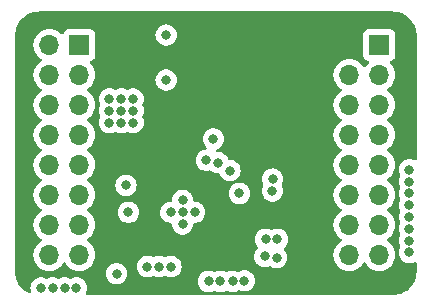
<source format=gbr>
%TF.GenerationSoftware,KiCad,Pcbnew,7.0.7-2.fc38*%
%TF.CreationDate,2023-11-16T23:20:58-08:00*%
%TF.ProjectId,TinySparrow,54696e79-5370-4617-9272-6f772e6b6963,rev?*%
%TF.SameCoordinates,Original*%
%TF.FileFunction,Copper,L4,Inr*%
%TF.FilePolarity,Positive*%
%FSLAX46Y46*%
G04 Gerber Fmt 4.6, Leading zero omitted, Abs format (unit mm)*
G04 Created by KiCad (PCBNEW 7.0.7-2.fc38) date 2023-11-16 23:20:58*
%MOMM*%
%LPD*%
G01*
G04 APERTURE LIST*
%TA.AperFunction,ComponentPad*%
%ADD10R,1.700000X1.700000*%
%TD*%
%TA.AperFunction,ComponentPad*%
%ADD11O,1.700000X1.700000*%
%TD*%
%TA.AperFunction,ViaPad*%
%ADD12C,0.800000*%
%TD*%
G04 APERTURE END LIST*
D10*
%TO.N,/CANL*%
%TO.C,J1*%
X172450000Y-84620000D03*
D11*
%TO.N,GND*%
X169910000Y-84620000D03*
%TO.N,/CANH*%
X172450000Y-87160000D03*
%TO.N,/PA0*%
X169910000Y-87160000D03*
%TO.N,GND*%
X172450000Y-89700000D03*
%TO.N,/~{RESET}*%
X169910000Y-89700000D03*
%TO.N,/SWDIO*%
X172450000Y-92240000D03*
%TO.N,/SWCLK*%
X169910000Y-92240000D03*
%TO.N,/PA15*%
X172450000Y-94780000D03*
%TO.N,/PB3*%
X169910000Y-94780000D03*
%TO.N,/PB4*%
X172450000Y-97320000D03*
%TO.N,/PB5*%
X169910000Y-97320000D03*
%TO.N,/PB6*%
X172450000Y-99860000D03*
%TO.N,/PB7*%
X169910000Y-99860000D03*
%TO.N,/PD0*%
X172450000Y-102400000D03*
%TO.N,/PD1*%
X169910000Y-102400000D03*
%TD*%
D10*
%TO.N,/PA8*%
%TO.C,J2*%
X197850000Y-84620000D03*
D11*
%TO.N,+3V3*%
X195310000Y-84620000D03*
%TO.N,/PA9*%
X197850000Y-87160000D03*
%TO.N,/PA10*%
X195310000Y-87160000D03*
%TO.N,/PB1*%
X197850000Y-89700000D03*
%TO.N,/PB2*%
X195310000Y-89700000D03*
%TO.N,/PA7*%
X197850000Y-92240000D03*
%TO.N,/PB0*%
X195310000Y-92240000D03*
%TO.N,/PA2*%
X197850000Y-94780000D03*
%TO.N,/PA1*%
X195310000Y-94780000D03*
%TO.N,/PA4*%
X197850000Y-97320000D03*
%TO.N,/PA3*%
X195310000Y-97320000D03*
%TO.N,/PA6*%
X197850000Y-99860000D03*
%TO.N,/PA5*%
X195310000Y-99860000D03*
%TO.N,VDC*%
X197850000Y-102400000D03*
X195310000Y-102400000D03*
%TD*%
D12*
%TO.N,GND*%
X175000000Y-91200000D03*
X183800000Y-92600000D03*
X200400000Y-96200000D03*
X172200000Y-105200000D03*
X169200000Y-105200000D03*
X171200000Y-105200000D03*
X200400000Y-97200000D03*
X177000000Y-91200000D03*
X181200000Y-97800000D03*
X181200000Y-98800000D03*
X177000000Y-90200000D03*
X176600000Y-98800000D03*
X200400000Y-95200000D03*
X181200000Y-99800000D03*
X175000000Y-89200000D03*
X182200000Y-98800000D03*
X175000000Y-90200000D03*
X170200000Y-105200000D03*
X176000000Y-90200000D03*
X200400000Y-98200000D03*
X200400000Y-100200000D03*
X180200000Y-98800000D03*
X177000000Y-89200000D03*
X176000000Y-91200000D03*
X200400000Y-102200000D03*
X176000000Y-89200000D03*
X200400000Y-99200000D03*
X200400000Y-101200000D03*
%TO.N,+3V3*%
X190000000Y-88200000D03*
X184200000Y-85000000D03*
X178400000Y-104800000D03*
X187400000Y-97000000D03*
X174400000Y-101400000D03*
X187000000Y-88200000D03*
X188000000Y-87200000D03*
X188000000Y-88200000D03*
X189000000Y-87200000D03*
X184200000Y-84000000D03*
X190000000Y-87200000D03*
X187000000Y-87200000D03*
X189000000Y-88200000D03*
X182000000Y-90800000D03*
%TO.N,/~{RESET}*%
X175600000Y-104000000D03*
%TO.N,/PA0*%
X178200497Y-103400000D03*
%TO.N,/PA1*%
X179200000Y-103400000D03*
%TO.N,/PA2*%
X180200000Y-103400000D03*
%TO.N,/PA3*%
X183388000Y-104648000D03*
%TO.N,/PA4*%
X184387503Y-104648000D03*
%TO.N,/PA5*%
X185420000Y-104648000D03*
%TO.N,/PA6*%
X186418306Y-104599103D03*
%TO.N,/PA7*%
X189152966Y-102632142D03*
%TO.N,/PB0*%
X188157582Y-102541500D03*
%TO.N,/PB1*%
X189213503Y-101092000D03*
%TO.N,/PB2*%
X188214000Y-101092000D03*
%TO.N,/PA8*%
X186000000Y-97200000D03*
%TO.N,/PA9*%
X188800000Y-97000000D03*
%TO.N,/PA10*%
X188812299Y-95987701D03*
%TO.N,/CANRX*%
X179800000Y-83800000D03*
X185200000Y-95263201D03*
%TO.N,/CANTX*%
X179800000Y-87600000D03*
X184200000Y-94600000D03*
%TO.N,/SWDIO*%
X183200000Y-94400000D03*
%TO.N,/PB7*%
X176400000Y-96524500D03*
%TD*%
%TA.AperFunction,Conductor*%
%TO.N,+3V3*%
G36*
X199002019Y-81800633D02*
G01*
X199037198Y-81802938D01*
X199083708Y-81805986D01*
X199265459Y-81818985D01*
X199273100Y-81820015D01*
X199366738Y-81838641D01*
X199389420Y-81843153D01*
X199415023Y-81848722D01*
X199533666Y-81874531D01*
X199540383Y-81876395D01*
X199659437Y-81916809D01*
X199756671Y-81953076D01*
X199791741Y-81966157D01*
X199797499Y-81968643D01*
X199912952Y-82025578D01*
X200034906Y-82092170D01*
X200039634Y-82095032D01*
X200096571Y-82133076D01*
X200146649Y-82166537D01*
X200149358Y-82168454D01*
X200258652Y-82250271D01*
X200262345Y-82253265D01*
X200359502Y-82338469D01*
X200362448Y-82341228D01*
X200458769Y-82437549D01*
X200461526Y-82440492D01*
X200546729Y-82537648D01*
X200549732Y-82541353D01*
X200601564Y-82610592D01*
X200631543Y-82650639D01*
X200633461Y-82653349D01*
X200704962Y-82760357D01*
X200707828Y-82765091D01*
X200774421Y-82887047D01*
X200831355Y-83002499D01*
X200833841Y-83008257D01*
X200870212Y-83105768D01*
X200883196Y-83140578D01*
X200888289Y-83155581D01*
X200923597Y-83259596D01*
X200925472Y-83266352D01*
X200956846Y-83410579D01*
X200979980Y-83526880D01*
X200981015Y-83534560D01*
X200994017Y-83716351D01*
X200999366Y-83797967D01*
X200999499Y-83802023D01*
X200999500Y-94290252D01*
X200979815Y-94357291D01*
X200927011Y-94403046D01*
X200857853Y-94412990D01*
X200825064Y-94403531D01*
X200679807Y-94338857D01*
X200679802Y-94338855D01*
X200534001Y-94307865D01*
X200494646Y-94299500D01*
X200305354Y-94299500D01*
X200272897Y-94306398D01*
X200120197Y-94338855D01*
X200120192Y-94338857D01*
X199947270Y-94415848D01*
X199947265Y-94415851D01*
X199794129Y-94527111D01*
X199667466Y-94667785D01*
X199572821Y-94831715D01*
X199572818Y-94831722D01*
X199540166Y-94932216D01*
X199514326Y-95011744D01*
X199494540Y-95200000D01*
X199514326Y-95388256D01*
X199514327Y-95388259D01*
X199572818Y-95568277D01*
X199572820Y-95568281D01*
X199572821Y-95568284D01*
X199602342Y-95619416D01*
X199613072Y-95638001D01*
X199629543Y-95705901D01*
X199613072Y-95761998D01*
X199580453Y-95818498D01*
X199572820Y-95831718D01*
X199572818Y-95831722D01*
X199517166Y-96003002D01*
X199514326Y-96011744D01*
X199494540Y-96200000D01*
X199514326Y-96388256D01*
X199514327Y-96388259D01*
X199572818Y-96568277D01*
X199572820Y-96568281D01*
X199572821Y-96568284D01*
X199609443Y-96631715D01*
X199613072Y-96638001D01*
X199629543Y-96705901D01*
X199613072Y-96761999D01*
X199572820Y-96831718D01*
X199572818Y-96831722D01*
X199518142Y-97000000D01*
X199514326Y-97011744D01*
X199494540Y-97200000D01*
X199514326Y-97388256D01*
X199514327Y-97388259D01*
X199572818Y-97568277D01*
X199572820Y-97568281D01*
X199572821Y-97568284D01*
X199597913Y-97611744D01*
X199613072Y-97638001D01*
X199629543Y-97705901D01*
X199613072Y-97761998D01*
X199575538Y-97827011D01*
X199572820Y-97831718D01*
X199572818Y-97831722D01*
X199514327Y-98011740D01*
X199514326Y-98011744D01*
X199494540Y-98200000D01*
X199514326Y-98388256D01*
X199514327Y-98388259D01*
X199572818Y-98568277D01*
X199572820Y-98568281D01*
X199572821Y-98568284D01*
X199597913Y-98611744D01*
X199613072Y-98638001D01*
X199629543Y-98705901D01*
X199613072Y-98761999D01*
X199572820Y-98831718D01*
X199572818Y-98831722D01*
X199521847Y-98988597D01*
X199514326Y-99011744D01*
X199494540Y-99200000D01*
X199514326Y-99388256D01*
X199514327Y-99388259D01*
X199572818Y-99568277D01*
X199572820Y-99568281D01*
X199572821Y-99568284D01*
X199581982Y-99584151D01*
X199613072Y-99638001D01*
X199629543Y-99705901D01*
X199613072Y-99761999D01*
X199572820Y-99831718D01*
X199572818Y-99831722D01*
X199514327Y-100011740D01*
X199514326Y-100011744D01*
X199494540Y-100200000D01*
X199514326Y-100388256D01*
X199514327Y-100388259D01*
X199572818Y-100568277D01*
X199572820Y-100568281D01*
X199572821Y-100568284D01*
X199581982Y-100584151D01*
X199613072Y-100638001D01*
X199629543Y-100705901D01*
X199613072Y-100761999D01*
X199572820Y-100831718D01*
X199572818Y-100831722D01*
X199514327Y-101011740D01*
X199514326Y-101011744D01*
X199494540Y-101200000D01*
X199514326Y-101388256D01*
X199514327Y-101388259D01*
X199572818Y-101568277D01*
X199572820Y-101568281D01*
X199572821Y-101568284D01*
X199605111Y-101624212D01*
X199613072Y-101638001D01*
X199629543Y-101705901D01*
X199613072Y-101761999D01*
X199572820Y-101831718D01*
X199572818Y-101831722D01*
X199515125Y-102009284D01*
X199514326Y-102011744D01*
X199494540Y-102200000D01*
X199514326Y-102388256D01*
X199514327Y-102388259D01*
X199572818Y-102568277D01*
X199572821Y-102568284D01*
X199667467Y-102732216D01*
X199785816Y-102863655D01*
X199794129Y-102872888D01*
X199947265Y-102984148D01*
X199947270Y-102984151D01*
X200120192Y-103061142D01*
X200120197Y-103061144D01*
X200305354Y-103100500D01*
X200305355Y-103100500D01*
X200494644Y-103100500D01*
X200494646Y-103100500D01*
X200679803Y-103061144D01*
X200825067Y-102996467D01*
X200894313Y-102987182D01*
X200957590Y-103016810D01*
X200994804Y-103075945D01*
X200999500Y-103109747D01*
X200999500Y-103797975D01*
X200999367Y-103802032D01*
X200994017Y-103883648D01*
X200981015Y-104065438D01*
X200979980Y-104073118D01*
X200956846Y-104189420D01*
X200925472Y-104333646D01*
X200923597Y-104340401D01*
X200883197Y-104459418D01*
X200878893Y-104470956D01*
X200833841Y-104591741D01*
X200831355Y-104597499D01*
X200774421Y-104712952D01*
X200707828Y-104834907D01*
X200704961Y-104839641D01*
X200633461Y-104946649D01*
X200631543Y-104949359D01*
X200549744Y-105058631D01*
X200546723Y-105062357D01*
X200461529Y-105159502D01*
X200458755Y-105162464D01*
X200362464Y-105258755D01*
X200359502Y-105261529D01*
X200262357Y-105346723D01*
X200258631Y-105349744D01*
X200149359Y-105431543D01*
X200146649Y-105433461D01*
X200039641Y-105504961D01*
X200034907Y-105507828D01*
X199912952Y-105574421D01*
X199797499Y-105631355D01*
X199791741Y-105633841D01*
X199670956Y-105678893D01*
X199659418Y-105683197D01*
X199540401Y-105723597D01*
X199533646Y-105725472D01*
X199389420Y-105756846D01*
X199273118Y-105779980D01*
X199265438Y-105781015D01*
X199083648Y-105794017D01*
X199032582Y-105797364D01*
X199002025Y-105799367D01*
X198997976Y-105799500D01*
X173108460Y-105799500D01*
X173041421Y-105779815D01*
X172995666Y-105727011D01*
X172985722Y-105657853D01*
X173001072Y-105613502D01*
X173027179Y-105568284D01*
X173085674Y-105388256D01*
X173105460Y-105200000D01*
X173085674Y-105011744D01*
X173027179Y-104831716D01*
X172932533Y-104667784D01*
X172805871Y-104527112D01*
X172713147Y-104459744D01*
X172652734Y-104415851D01*
X172652729Y-104415848D01*
X172479807Y-104338857D01*
X172479802Y-104338855D01*
X172334001Y-104307865D01*
X172294646Y-104299500D01*
X172105354Y-104299500D01*
X172072897Y-104306398D01*
X171920197Y-104338855D01*
X171920192Y-104338857D01*
X171750436Y-104414439D01*
X171681186Y-104423724D01*
X171649564Y-104414439D01*
X171479807Y-104338857D01*
X171479802Y-104338855D01*
X171334000Y-104307865D01*
X171294646Y-104299500D01*
X171105354Y-104299500D01*
X171072897Y-104306398D01*
X170920197Y-104338855D01*
X170920192Y-104338857D01*
X170750436Y-104414439D01*
X170681186Y-104423724D01*
X170649564Y-104414439D01*
X170479807Y-104338857D01*
X170479802Y-104338855D01*
X170334001Y-104307865D01*
X170294646Y-104299500D01*
X170105354Y-104299500D01*
X170072897Y-104306398D01*
X169920197Y-104338855D01*
X169920192Y-104338857D01*
X169750436Y-104414439D01*
X169681186Y-104423724D01*
X169649564Y-104414439D01*
X169479807Y-104338857D01*
X169479802Y-104338855D01*
X169334001Y-104307865D01*
X169294646Y-104299500D01*
X169105354Y-104299500D01*
X169072897Y-104306398D01*
X168920197Y-104338855D01*
X168920192Y-104338857D01*
X168747270Y-104415848D01*
X168747265Y-104415851D01*
X168594129Y-104527111D01*
X168467466Y-104667785D01*
X168372821Y-104831715D01*
X168372818Y-104831722D01*
X168314327Y-105011740D01*
X168314326Y-105011744D01*
X168294540Y-105200000D01*
X168314326Y-105388256D01*
X168314327Y-105388259D01*
X168338900Y-105463888D01*
X168340895Y-105533730D01*
X168304814Y-105593562D01*
X168242113Y-105624390D01*
X168172699Y-105616425D01*
X168166125Y-105613418D01*
X168087047Y-105574421D01*
X167965091Y-105507828D01*
X167960357Y-105504962D01*
X167853349Y-105433461D01*
X167850639Y-105431543D01*
X167786128Y-105383251D01*
X167741353Y-105349732D01*
X167737648Y-105346729D01*
X167640492Y-105261526D01*
X167637549Y-105258769D01*
X167541228Y-105162448D01*
X167538469Y-105159502D01*
X167453265Y-105062345D01*
X167450271Y-105058652D01*
X167368454Y-104949358D01*
X167366537Y-104946649D01*
X167295036Y-104839641D01*
X167292170Y-104834906D01*
X167225578Y-104712952D01*
X167168643Y-104597499D01*
X167166157Y-104591741D01*
X167143954Y-104532214D01*
X167116809Y-104459437D01*
X167076395Y-104340383D01*
X167074531Y-104333666D01*
X167043153Y-104189420D01*
X167035273Y-104149807D01*
X167020015Y-104073100D01*
X167018985Y-104065459D01*
X167014303Y-104000000D01*
X174694540Y-104000000D01*
X174714326Y-104188256D01*
X174714327Y-104188259D01*
X174772818Y-104368277D01*
X174772821Y-104368284D01*
X174867467Y-104532216D01*
X174971720Y-104648000D01*
X174994129Y-104672888D01*
X175147265Y-104784148D01*
X175147270Y-104784151D01*
X175320192Y-104861142D01*
X175320197Y-104861144D01*
X175505354Y-104900500D01*
X175505355Y-104900500D01*
X175694644Y-104900500D01*
X175694646Y-104900500D01*
X175879803Y-104861144D01*
X176052730Y-104784151D01*
X176205871Y-104672888D01*
X176228280Y-104648000D01*
X182482540Y-104648000D01*
X182502326Y-104836256D01*
X182502327Y-104836259D01*
X182560818Y-105016277D01*
X182560821Y-105016284D01*
X182655467Y-105180216D01*
X182726184Y-105258755D01*
X182782129Y-105320888D01*
X182935265Y-105432148D01*
X182935270Y-105432151D01*
X183108192Y-105509142D01*
X183108197Y-105509144D01*
X183293354Y-105548500D01*
X183293355Y-105548500D01*
X183482644Y-105548500D01*
X183482646Y-105548500D01*
X183667803Y-105509144D01*
X183837316Y-105433670D01*
X183906564Y-105424386D01*
X183938187Y-105433671D01*
X184107695Y-105509142D01*
X184107700Y-105509144D01*
X184292857Y-105548500D01*
X184292858Y-105548500D01*
X184482147Y-105548500D01*
X184482149Y-105548500D01*
X184667306Y-105509144D01*
X184840233Y-105432151D01*
X184840243Y-105432143D01*
X184841742Y-105431279D01*
X184842731Y-105431038D01*
X184846170Y-105429508D01*
X184846449Y-105430136D01*
X184909640Y-105414801D01*
X184961149Y-105429922D01*
X184961334Y-105429508D01*
X184964422Y-105430883D01*
X184965747Y-105431272D01*
X184967268Y-105432149D01*
X184967270Y-105432151D01*
X185096270Y-105489586D01*
X185140192Y-105509142D01*
X185140197Y-105509144D01*
X185325354Y-105548500D01*
X185325355Y-105548500D01*
X185514644Y-105548500D01*
X185514646Y-105548500D01*
X185699803Y-105509144D01*
X185872730Y-105432151D01*
X185891818Y-105418282D01*
X185957620Y-105394802D01*
X186015138Y-105405320D01*
X186138503Y-105460247D01*
X186323660Y-105499603D01*
X186323661Y-105499603D01*
X186512950Y-105499603D01*
X186512952Y-105499603D01*
X186698109Y-105460247D01*
X186871036Y-105383254D01*
X187024177Y-105271991D01*
X187150839Y-105131319D01*
X187245485Y-104967387D01*
X187303980Y-104787359D01*
X187323766Y-104599103D01*
X187303980Y-104410847D01*
X187245485Y-104230819D01*
X187150839Y-104066887D01*
X187024177Y-103926215D01*
X187001855Y-103909997D01*
X186871040Y-103814954D01*
X186871035Y-103814951D01*
X186698113Y-103737960D01*
X186698108Y-103737958D01*
X186552306Y-103706968D01*
X186512952Y-103698603D01*
X186323660Y-103698603D01*
X186291203Y-103705501D01*
X186138503Y-103737958D01*
X186138498Y-103737960D01*
X185965574Y-103814952D01*
X185946484Y-103828822D01*
X185880677Y-103852300D01*
X185823166Y-103841781D01*
X185699807Y-103786857D01*
X185699802Y-103786855D01*
X185553031Y-103755659D01*
X185514646Y-103747500D01*
X185325354Y-103747500D01*
X185292897Y-103754398D01*
X185140197Y-103786855D01*
X185140192Y-103786857D01*
X184967266Y-103863850D01*
X184965736Y-103864734D01*
X184964740Y-103864975D01*
X184961334Y-103866492D01*
X184961056Y-103865868D01*
X184897834Y-103881197D01*
X184846352Y-103866079D01*
X184846169Y-103866492D01*
X184843088Y-103865120D01*
X184841759Y-103864730D01*
X184840232Y-103863848D01*
X184667310Y-103786857D01*
X184667305Y-103786855D01*
X184520534Y-103755659D01*
X184482149Y-103747500D01*
X184292857Y-103747500D01*
X184260400Y-103754398D01*
X184107700Y-103786855D01*
X184107695Y-103786857D01*
X183938187Y-103862328D01*
X183868937Y-103871613D01*
X183837315Y-103862328D01*
X183667807Y-103786857D01*
X183667802Y-103786855D01*
X183521031Y-103755659D01*
X183482646Y-103747500D01*
X183293354Y-103747500D01*
X183260897Y-103754398D01*
X183108197Y-103786855D01*
X183108192Y-103786857D01*
X182935270Y-103863848D01*
X182935265Y-103863851D01*
X182782129Y-103975111D01*
X182655466Y-104115785D01*
X182560821Y-104279715D01*
X182560818Y-104279722D01*
X182502432Y-104459418D01*
X182502326Y-104459744D01*
X182482540Y-104648000D01*
X176228280Y-104648000D01*
X176332533Y-104532216D01*
X176427179Y-104368284D01*
X176485674Y-104188256D01*
X176505460Y-104000000D01*
X176485674Y-103811744D01*
X176427179Y-103631716D01*
X176332533Y-103467784D01*
X176271500Y-103400000D01*
X177295037Y-103400000D01*
X177314823Y-103588256D01*
X177314824Y-103588259D01*
X177373315Y-103768277D01*
X177373318Y-103768284D01*
X177467964Y-103932216D01*
X177583910Y-104060987D01*
X177594626Y-104072888D01*
X177747762Y-104184148D01*
X177747767Y-104184151D01*
X177920689Y-104261142D01*
X177920694Y-104261144D01*
X178105851Y-104300500D01*
X178105852Y-104300500D01*
X178295141Y-104300500D01*
X178295143Y-104300500D01*
X178480300Y-104261144D01*
X178649813Y-104185670D01*
X178719061Y-104176386D01*
X178750684Y-104185671D01*
X178920192Y-104261142D01*
X178920197Y-104261144D01*
X179105354Y-104300500D01*
X179105355Y-104300500D01*
X179294644Y-104300500D01*
X179294646Y-104300500D01*
X179479803Y-104261144D01*
X179649566Y-104185559D01*
X179718812Y-104176274D01*
X179750433Y-104185559D01*
X179920197Y-104261144D01*
X180105354Y-104300500D01*
X180105355Y-104300500D01*
X180294644Y-104300500D01*
X180294646Y-104300500D01*
X180479803Y-104261144D01*
X180652730Y-104184151D01*
X180805871Y-104072888D01*
X180932533Y-103932216D01*
X181027179Y-103768284D01*
X181085674Y-103588256D01*
X181105460Y-103400000D01*
X181085674Y-103211744D01*
X181027179Y-103031716D01*
X180932533Y-102867784D01*
X180805871Y-102727112D01*
X180805870Y-102727111D01*
X180652734Y-102615851D01*
X180652729Y-102615848D01*
X180485743Y-102541500D01*
X187252122Y-102541500D01*
X187271908Y-102729756D01*
X187271909Y-102729759D01*
X187330400Y-102909777D01*
X187330403Y-102909784D01*
X187425049Y-103073716D01*
X187506662Y-103164356D01*
X187551711Y-103214388D01*
X187704847Y-103325648D01*
X187704852Y-103325651D01*
X187877774Y-103402642D01*
X187877779Y-103402644D01*
X188062936Y-103442000D01*
X188062937Y-103442000D01*
X188252226Y-103442000D01*
X188252228Y-103442000D01*
X188437385Y-103402644D01*
X188523313Y-103364385D01*
X188592558Y-103355100D01*
X188646630Y-103377346D01*
X188677811Y-103400000D01*
X188700236Y-103416293D01*
X188873158Y-103493284D01*
X188873163Y-103493286D01*
X189058320Y-103532642D01*
X189058321Y-103532642D01*
X189247610Y-103532642D01*
X189247612Y-103532642D01*
X189432769Y-103493286D01*
X189605696Y-103416293D01*
X189758837Y-103305030D01*
X189885499Y-103164358D01*
X189980145Y-103000426D01*
X190038640Y-102820398D01*
X190058426Y-102632142D01*
X190038640Y-102443886D01*
X190024380Y-102400000D01*
X193954341Y-102400000D01*
X193974936Y-102635403D01*
X193974938Y-102635413D01*
X194036094Y-102863655D01*
X194036096Y-102863659D01*
X194036097Y-102863663D01*
X194116004Y-103035023D01*
X194135965Y-103077830D01*
X194135967Y-103077834D01*
X194229730Y-103211740D01*
X194271505Y-103271401D01*
X194438599Y-103438495D01*
X194516846Y-103493284D01*
X194632165Y-103574032D01*
X194632167Y-103574033D01*
X194632170Y-103574035D01*
X194846337Y-103673903D01*
X195074592Y-103735063D01*
X195262918Y-103751539D01*
X195309999Y-103755659D01*
X195310000Y-103755659D01*
X195310001Y-103755659D01*
X195349234Y-103752226D01*
X195545408Y-103735063D01*
X195773663Y-103673903D01*
X195987830Y-103574035D01*
X196181401Y-103438495D01*
X196348495Y-103271401D01*
X196468161Y-103100500D01*
X196478425Y-103085842D01*
X196533002Y-103042217D01*
X196602500Y-103035023D01*
X196664855Y-103066546D01*
X196681575Y-103085842D01*
X196811500Y-103271395D01*
X196811505Y-103271401D01*
X196978599Y-103438495D01*
X197056846Y-103493284D01*
X197172165Y-103574032D01*
X197172167Y-103574033D01*
X197172170Y-103574035D01*
X197386337Y-103673903D01*
X197614592Y-103735063D01*
X197802918Y-103751539D01*
X197849999Y-103755659D01*
X197850000Y-103755659D01*
X197850001Y-103755659D01*
X197889234Y-103752226D01*
X198085408Y-103735063D01*
X198313663Y-103673903D01*
X198527830Y-103574035D01*
X198721401Y-103438495D01*
X198888495Y-103271401D01*
X199024035Y-103077830D01*
X199123903Y-102863663D01*
X199185063Y-102635408D01*
X199205659Y-102400000D01*
X199185063Y-102164592D01*
X199123903Y-101936337D01*
X199024035Y-101722171D01*
X199018425Y-101714158D01*
X198888494Y-101528597D01*
X198721402Y-101361506D01*
X198721396Y-101361501D01*
X198535842Y-101231575D01*
X198492217Y-101176998D01*
X198485023Y-101107500D01*
X198516546Y-101045145D01*
X198535842Y-101028425D01*
X198559671Y-101011740D01*
X198721401Y-100898495D01*
X198888495Y-100731401D01*
X199024035Y-100537830D01*
X199123903Y-100323663D01*
X199185063Y-100095408D01*
X199205659Y-99860000D01*
X199185063Y-99624592D01*
X199123903Y-99396337D01*
X199024035Y-99182171D01*
X199018425Y-99174158D01*
X198888494Y-98988597D01*
X198721402Y-98821506D01*
X198721401Y-98821505D01*
X198535842Y-98691575D01*
X198535841Y-98691574D01*
X198492216Y-98636997D01*
X198485024Y-98567498D01*
X198516546Y-98505144D01*
X198535836Y-98488428D01*
X198721401Y-98358495D01*
X198888495Y-98191401D01*
X199024035Y-97997830D01*
X199123903Y-97783663D01*
X199185063Y-97555408D01*
X199205659Y-97320000D01*
X199185063Y-97084592D01*
X199123903Y-96856337D01*
X199024035Y-96642171D01*
X199021116Y-96638001D01*
X198888494Y-96448597D01*
X198721402Y-96281506D01*
X198721396Y-96281501D01*
X198535842Y-96151575D01*
X198492217Y-96096998D01*
X198485023Y-96027500D01*
X198516546Y-95965145D01*
X198535842Y-95948425D01*
X198674106Y-95851611D01*
X198721401Y-95818495D01*
X198888495Y-95651401D01*
X199024035Y-95457830D01*
X199123903Y-95243663D01*
X199185063Y-95015408D01*
X199205659Y-94780000D01*
X199185063Y-94544592D01*
X199123903Y-94316337D01*
X199024035Y-94102171D01*
X199018425Y-94094158D01*
X198888494Y-93908597D01*
X198721402Y-93741506D01*
X198721401Y-93741505D01*
X198541946Y-93615849D01*
X198535841Y-93611574D01*
X198492216Y-93556997D01*
X198485024Y-93487498D01*
X198516546Y-93425144D01*
X198535836Y-93408428D01*
X198721401Y-93278495D01*
X198888495Y-93111401D01*
X199024035Y-92917830D01*
X199123903Y-92703663D01*
X199185063Y-92475408D01*
X199205659Y-92240000D01*
X199185063Y-92004592D01*
X199123903Y-91776337D01*
X199024035Y-91562171D01*
X199018425Y-91554158D01*
X198888494Y-91368597D01*
X198721402Y-91201506D01*
X198721396Y-91201501D01*
X198535842Y-91071575D01*
X198492217Y-91016998D01*
X198485023Y-90947500D01*
X198516546Y-90885145D01*
X198535842Y-90868425D01*
X198588273Y-90831712D01*
X198721401Y-90738495D01*
X198888495Y-90571401D01*
X199024035Y-90377830D01*
X199123903Y-90163663D01*
X199185063Y-89935408D01*
X199205659Y-89700000D01*
X199185063Y-89464592D01*
X199123903Y-89236337D01*
X199024035Y-89022171D01*
X199018425Y-89014158D01*
X198888494Y-88828597D01*
X198721402Y-88661506D01*
X198721401Y-88661505D01*
X198535842Y-88531575D01*
X198535841Y-88531574D01*
X198492216Y-88476997D01*
X198485024Y-88407498D01*
X198516546Y-88345144D01*
X198535836Y-88328428D01*
X198721401Y-88198495D01*
X198888495Y-88031401D01*
X199024035Y-87837830D01*
X199123903Y-87623663D01*
X199185063Y-87395408D01*
X199205659Y-87160000D01*
X199185063Y-86924592D01*
X199123903Y-86696337D01*
X199024035Y-86482171D01*
X199018424Y-86474158D01*
X198888496Y-86288600D01*
X198888493Y-86288597D01*
X198766567Y-86166671D01*
X198733084Y-86105351D01*
X198738068Y-86035659D01*
X198779939Y-85979725D01*
X198810915Y-85962810D01*
X198942331Y-85913796D01*
X199057546Y-85827546D01*
X199143796Y-85712331D01*
X199194091Y-85577483D01*
X199200500Y-85517873D01*
X199200499Y-83722128D01*
X199194091Y-83662517D01*
X199192810Y-83659083D01*
X199143797Y-83527671D01*
X199143793Y-83527664D01*
X199057547Y-83412455D01*
X199057544Y-83412452D01*
X198942335Y-83326206D01*
X198942328Y-83326202D01*
X198807482Y-83275908D01*
X198807483Y-83275908D01*
X198747883Y-83269501D01*
X198747881Y-83269500D01*
X198747873Y-83269500D01*
X198747864Y-83269500D01*
X196952129Y-83269500D01*
X196952123Y-83269501D01*
X196892516Y-83275908D01*
X196757671Y-83326202D01*
X196757664Y-83326206D01*
X196642455Y-83412452D01*
X196642452Y-83412455D01*
X196556206Y-83527664D01*
X196556202Y-83527671D01*
X196505908Y-83662517D01*
X196500121Y-83716351D01*
X196499501Y-83722123D01*
X196499500Y-83722135D01*
X196499500Y-85517870D01*
X196499501Y-85517876D01*
X196505908Y-85577483D01*
X196556202Y-85712328D01*
X196556206Y-85712335D01*
X196642452Y-85827544D01*
X196642455Y-85827547D01*
X196757664Y-85913793D01*
X196757671Y-85913797D01*
X196889081Y-85962810D01*
X196945015Y-86004681D01*
X196969432Y-86070145D01*
X196954580Y-86138418D01*
X196933430Y-86166673D01*
X196811503Y-86288600D01*
X196681575Y-86474158D01*
X196626998Y-86517783D01*
X196557500Y-86524977D01*
X196495145Y-86493454D01*
X196478425Y-86474158D01*
X196348494Y-86288597D01*
X196181402Y-86121506D01*
X196181395Y-86121501D01*
X195987834Y-85985967D01*
X195987830Y-85985965D01*
X195974448Y-85979725D01*
X195773663Y-85886097D01*
X195773659Y-85886096D01*
X195773655Y-85886094D01*
X195545413Y-85824938D01*
X195545403Y-85824936D01*
X195310001Y-85804341D01*
X195309999Y-85804341D01*
X195074596Y-85824936D01*
X195074586Y-85824938D01*
X194846344Y-85886094D01*
X194846335Y-85886098D01*
X194632171Y-85985964D01*
X194632169Y-85985965D01*
X194438597Y-86121505D01*
X194271505Y-86288597D01*
X194135965Y-86482169D01*
X194135964Y-86482171D01*
X194036098Y-86696335D01*
X194036094Y-86696344D01*
X193974938Y-86924586D01*
X193974936Y-86924596D01*
X193954341Y-87159999D01*
X193954341Y-87160000D01*
X193974936Y-87395403D01*
X193974938Y-87395413D01*
X194036094Y-87623655D01*
X194036096Y-87623659D01*
X194036097Y-87623663D01*
X194040000Y-87632032D01*
X194135965Y-87837830D01*
X194135967Y-87837834D01*
X194227305Y-87968277D01*
X194271504Y-88031400D01*
X194271506Y-88031402D01*
X194438597Y-88198493D01*
X194438603Y-88198498D01*
X194624158Y-88328425D01*
X194667783Y-88383002D01*
X194674977Y-88452500D01*
X194643454Y-88514855D01*
X194624158Y-88531575D01*
X194438597Y-88661505D01*
X194271505Y-88828597D01*
X194135965Y-89022169D01*
X194135964Y-89022171D01*
X194036098Y-89236335D01*
X194036094Y-89236344D01*
X193974938Y-89464586D01*
X193974936Y-89464596D01*
X193954341Y-89699999D01*
X193954341Y-89700000D01*
X193974936Y-89935403D01*
X193974938Y-89935413D01*
X194036094Y-90163655D01*
X194036096Y-90163659D01*
X194036097Y-90163663D01*
X194116004Y-90335023D01*
X194135965Y-90377830D01*
X194135967Y-90377834D01*
X194143265Y-90388256D01*
X194271504Y-90571400D01*
X194271506Y-90571402D01*
X194438597Y-90738493D01*
X194438603Y-90738498D01*
X194624158Y-90868425D01*
X194667783Y-90923002D01*
X194674977Y-90992500D01*
X194643454Y-91054855D01*
X194624158Y-91071575D01*
X194438597Y-91201505D01*
X194271505Y-91368597D01*
X194135965Y-91562169D01*
X194135964Y-91562171D01*
X194036098Y-91776335D01*
X194036094Y-91776344D01*
X193974938Y-92004586D01*
X193974936Y-92004596D01*
X193954341Y-92239999D01*
X193954341Y-92240000D01*
X193974936Y-92475403D01*
X193974938Y-92475413D01*
X194036094Y-92703655D01*
X194036096Y-92703659D01*
X194036097Y-92703663D01*
X194075545Y-92788259D01*
X194135965Y-92917830D01*
X194135967Y-92917834D01*
X194171288Y-92968277D01*
X194271501Y-93111396D01*
X194271506Y-93111402D01*
X194438597Y-93278493D01*
X194438603Y-93278498D01*
X194624158Y-93408425D01*
X194667783Y-93463002D01*
X194674977Y-93532500D01*
X194643454Y-93594855D01*
X194624158Y-93611575D01*
X194438597Y-93741505D01*
X194271505Y-93908597D01*
X194135965Y-94102169D01*
X194135964Y-94102171D01*
X194036098Y-94316335D01*
X194036094Y-94316344D01*
X193974938Y-94544586D01*
X193974936Y-94544596D01*
X193954341Y-94779999D01*
X193954341Y-94780000D01*
X193974936Y-95015403D01*
X193974938Y-95015413D01*
X194036094Y-95243655D01*
X194036096Y-95243659D01*
X194036097Y-95243663D01*
X194116004Y-95415023D01*
X194135965Y-95457830D01*
X194135967Y-95457834D01*
X194213306Y-95568284D01*
X194271501Y-95651396D01*
X194271506Y-95651402D01*
X194438597Y-95818493D01*
X194438603Y-95818498D01*
X194624158Y-95948425D01*
X194667783Y-96003002D01*
X194674977Y-96072500D01*
X194643454Y-96134855D01*
X194624158Y-96151575D01*
X194438597Y-96281505D01*
X194271505Y-96448597D01*
X194135965Y-96642169D01*
X194135964Y-96642171D01*
X194036098Y-96856335D01*
X194036094Y-96856344D01*
X193974938Y-97084586D01*
X193974936Y-97084596D01*
X193954341Y-97319999D01*
X193954341Y-97320000D01*
X193974936Y-97555403D01*
X193974938Y-97555413D01*
X194036094Y-97783655D01*
X194036096Y-97783659D01*
X194036097Y-97783663D01*
X194116004Y-97955023D01*
X194135965Y-97997830D01*
X194135967Y-97997834D01*
X194226489Y-98127112D01*
X194271504Y-98191400D01*
X194271506Y-98191402D01*
X194438597Y-98358493D01*
X194438603Y-98358498D01*
X194624158Y-98488425D01*
X194667783Y-98543002D01*
X194674977Y-98612500D01*
X194643454Y-98674855D01*
X194624158Y-98691575D01*
X194438597Y-98821505D01*
X194271505Y-98988597D01*
X194135965Y-99182169D01*
X194135964Y-99182171D01*
X194036098Y-99396335D01*
X194036094Y-99396344D01*
X193974938Y-99624586D01*
X193974936Y-99624596D01*
X193954341Y-99859999D01*
X193954341Y-99860000D01*
X193974936Y-100095403D01*
X193974938Y-100095413D01*
X194036094Y-100323655D01*
X194036096Y-100323659D01*
X194036097Y-100323663D01*
X194080606Y-100419112D01*
X194135965Y-100537830D01*
X194135967Y-100537834D01*
X194222309Y-100661142D01*
X194271504Y-100731400D01*
X194271506Y-100731402D01*
X194438597Y-100898493D01*
X194438603Y-100898498D01*
X194624158Y-101028425D01*
X194667783Y-101083002D01*
X194674977Y-101152500D01*
X194643454Y-101214855D01*
X194624158Y-101231575D01*
X194438597Y-101361505D01*
X194271505Y-101528597D01*
X194135965Y-101722169D01*
X194135964Y-101722171D01*
X194036098Y-101936335D01*
X194036094Y-101936344D01*
X193974938Y-102164586D01*
X193974936Y-102164596D01*
X193954341Y-102399999D01*
X193954341Y-102400000D01*
X190024380Y-102400000D01*
X189980145Y-102263858D01*
X189885499Y-102099926D01*
X189769130Y-101970685D01*
X189738900Y-101907694D01*
X189747525Y-101838358D01*
X189788394Y-101787395D01*
X189819374Y-101764888D01*
X189946036Y-101624216D01*
X190040682Y-101460284D01*
X190099177Y-101280256D01*
X190118963Y-101092000D01*
X190099177Y-100903744D01*
X190040682Y-100723716D01*
X189946036Y-100559784D01*
X189819374Y-100419112D01*
X189819373Y-100419111D01*
X189666237Y-100307851D01*
X189666232Y-100307848D01*
X189493310Y-100230857D01*
X189493305Y-100230855D01*
X189347503Y-100199865D01*
X189308149Y-100191500D01*
X189118857Y-100191500D01*
X189086400Y-100198398D01*
X188933700Y-100230855D01*
X188933695Y-100230857D01*
X188764187Y-100306328D01*
X188694937Y-100315613D01*
X188663315Y-100306328D01*
X188493807Y-100230857D01*
X188493802Y-100230855D01*
X188348000Y-100199865D01*
X188308646Y-100191500D01*
X188119354Y-100191500D01*
X188086897Y-100198398D01*
X187934197Y-100230855D01*
X187934192Y-100230857D01*
X187761270Y-100307848D01*
X187761265Y-100307851D01*
X187608129Y-100419111D01*
X187481466Y-100559785D01*
X187386821Y-100723715D01*
X187386818Y-100723722D01*
X187328327Y-100903740D01*
X187328326Y-100903744D01*
X187308540Y-101092000D01*
X187328326Y-101280256D01*
X187328327Y-101280259D01*
X187386818Y-101460277D01*
X187386821Y-101460284D01*
X187481464Y-101624212D01*
X187481465Y-101624214D01*
X187481467Y-101624216D01*
X187551909Y-101702450D01*
X187582138Y-101765439D01*
X187573513Y-101834774D01*
X187551908Y-101868392D01*
X187425048Y-102009285D01*
X187330403Y-102173215D01*
X187330400Y-102173222D01*
X187300951Y-102263858D01*
X187271908Y-102353244D01*
X187252122Y-102541500D01*
X180485743Y-102541500D01*
X180479807Y-102538857D01*
X180479802Y-102538855D01*
X180334000Y-102507865D01*
X180294646Y-102499500D01*
X180105354Y-102499500D01*
X180072897Y-102506398D01*
X179920197Y-102538855D01*
X179920192Y-102538857D01*
X179750436Y-102614439D01*
X179681186Y-102623724D01*
X179649564Y-102614439D01*
X179479807Y-102538857D01*
X179479802Y-102538855D01*
X179334000Y-102507865D01*
X179294646Y-102499500D01*
X179105354Y-102499500D01*
X179072897Y-102506398D01*
X178920197Y-102538855D01*
X178920192Y-102538857D01*
X178750684Y-102614328D01*
X178681434Y-102623613D01*
X178649812Y-102614328D01*
X178480304Y-102538857D01*
X178480299Y-102538855D01*
X178334497Y-102507865D01*
X178295143Y-102499500D01*
X178105851Y-102499500D01*
X178073394Y-102506398D01*
X177920694Y-102538855D01*
X177920689Y-102538857D01*
X177747767Y-102615848D01*
X177747762Y-102615851D01*
X177594626Y-102727111D01*
X177467963Y-102867785D01*
X177373318Y-103031715D01*
X177373315Y-103031722D01*
X177314824Y-103211740D01*
X177314823Y-103211744D01*
X177295037Y-103400000D01*
X176271500Y-103400000D01*
X176205871Y-103327112D01*
X176175478Y-103305030D01*
X176052734Y-103215851D01*
X176052729Y-103215848D01*
X175879807Y-103138857D01*
X175879802Y-103138855D01*
X175734001Y-103107865D01*
X175694646Y-103099500D01*
X175505354Y-103099500D01*
X175472897Y-103106398D01*
X175320197Y-103138855D01*
X175320192Y-103138857D01*
X175147270Y-103215848D01*
X175147265Y-103215851D01*
X174994129Y-103327111D01*
X174867466Y-103467785D01*
X174772821Y-103631715D01*
X174772818Y-103631722D01*
X174714327Y-103811740D01*
X174714326Y-103811744D01*
X174694540Y-104000000D01*
X167014303Y-104000000D01*
X167005986Y-103883708D01*
X167002389Y-103828822D01*
X167000633Y-103802019D01*
X167000500Y-103797964D01*
X167000500Y-102400000D01*
X168554341Y-102400000D01*
X168574936Y-102635403D01*
X168574938Y-102635413D01*
X168636094Y-102863655D01*
X168636096Y-102863659D01*
X168636097Y-102863663D01*
X168716004Y-103035023D01*
X168735965Y-103077830D01*
X168735967Y-103077834D01*
X168829730Y-103211740D01*
X168871505Y-103271401D01*
X169038599Y-103438495D01*
X169116846Y-103493284D01*
X169232165Y-103574032D01*
X169232167Y-103574033D01*
X169232170Y-103574035D01*
X169446337Y-103673903D01*
X169674592Y-103735063D01*
X169862918Y-103751539D01*
X169909999Y-103755659D01*
X169910000Y-103755659D01*
X169910001Y-103755659D01*
X169949234Y-103752226D01*
X170145408Y-103735063D01*
X170373663Y-103673903D01*
X170587830Y-103574035D01*
X170781401Y-103438495D01*
X170948495Y-103271401D01*
X171078426Y-103085840D01*
X171133001Y-103042217D01*
X171202499Y-103035023D01*
X171264854Y-103066546D01*
X171281574Y-103085841D01*
X171318695Y-103138855D01*
X171411505Y-103271401D01*
X171578599Y-103438495D01*
X171656846Y-103493284D01*
X171772165Y-103574032D01*
X171772167Y-103574033D01*
X171772170Y-103574035D01*
X171986337Y-103673903D01*
X172214592Y-103735063D01*
X172402918Y-103751539D01*
X172449999Y-103755659D01*
X172450000Y-103755659D01*
X172450001Y-103755659D01*
X172489234Y-103752226D01*
X172685408Y-103735063D01*
X172913663Y-103673903D01*
X173127830Y-103574035D01*
X173321401Y-103438495D01*
X173488495Y-103271401D01*
X173624035Y-103077830D01*
X173723903Y-102863663D01*
X173785063Y-102635408D01*
X173805659Y-102400000D01*
X173785063Y-102164592D01*
X173723903Y-101936337D01*
X173624035Y-101722171D01*
X173618425Y-101714158D01*
X173488494Y-101528597D01*
X173321402Y-101361506D01*
X173321396Y-101361501D01*
X173135842Y-101231575D01*
X173092217Y-101176998D01*
X173085023Y-101107500D01*
X173116546Y-101045145D01*
X173135842Y-101028425D01*
X173159671Y-101011740D01*
X173321401Y-100898495D01*
X173488495Y-100731401D01*
X173624035Y-100537830D01*
X173723903Y-100323663D01*
X173785063Y-100095408D01*
X173805659Y-99860000D01*
X173785063Y-99624592D01*
X173723903Y-99396337D01*
X173624035Y-99182171D01*
X173618425Y-99174158D01*
X173488494Y-98988597D01*
X173321402Y-98821506D01*
X173321401Y-98821505D01*
X173290689Y-98800000D01*
X175694540Y-98800000D01*
X175714326Y-98988256D01*
X175714327Y-98988259D01*
X175772818Y-99168277D01*
X175772821Y-99168284D01*
X175867467Y-99332216D01*
X175994129Y-99472888D01*
X176147265Y-99584148D01*
X176147270Y-99584151D01*
X176320192Y-99661142D01*
X176320197Y-99661144D01*
X176505354Y-99700500D01*
X176505355Y-99700500D01*
X176694644Y-99700500D01*
X176694646Y-99700500D01*
X176879803Y-99661144D01*
X177052730Y-99584151D01*
X177205871Y-99472888D01*
X177332533Y-99332216D01*
X177427179Y-99168284D01*
X177485674Y-98988256D01*
X177505460Y-98800000D01*
X179294540Y-98800000D01*
X179314326Y-98988256D01*
X179314327Y-98988259D01*
X179372818Y-99168277D01*
X179372821Y-99168284D01*
X179467467Y-99332216D01*
X179594129Y-99472888D01*
X179747265Y-99584148D01*
X179747270Y-99584151D01*
X179920192Y-99661142D01*
X179920197Y-99661144D01*
X180105354Y-99700500D01*
X180105355Y-99700500D01*
X180172432Y-99700500D01*
X180239471Y-99720185D01*
X180285226Y-99772989D01*
X180295752Y-99811535D01*
X180314326Y-99988256D01*
X180314327Y-99988259D01*
X180372818Y-100168277D01*
X180372821Y-100168284D01*
X180467467Y-100332216D01*
X180545708Y-100419111D01*
X180594129Y-100472888D01*
X180747265Y-100584148D01*
X180747270Y-100584151D01*
X180920192Y-100661142D01*
X180920197Y-100661144D01*
X181105354Y-100700500D01*
X181105355Y-100700500D01*
X181294644Y-100700500D01*
X181294646Y-100700500D01*
X181479803Y-100661144D01*
X181652730Y-100584151D01*
X181805871Y-100472888D01*
X181932533Y-100332216D01*
X182027179Y-100168284D01*
X182085674Y-99988256D01*
X182104247Y-99811536D01*
X182130832Y-99746924D01*
X182188129Y-99706939D01*
X182227568Y-99700500D01*
X182294644Y-99700500D01*
X182294646Y-99700500D01*
X182479803Y-99661144D01*
X182652730Y-99584151D01*
X182805871Y-99472888D01*
X182932533Y-99332216D01*
X183027179Y-99168284D01*
X183085674Y-98988256D01*
X183105460Y-98800000D01*
X183085674Y-98611744D01*
X183027179Y-98431716D01*
X182932533Y-98267784D01*
X182805871Y-98127112D01*
X182769243Y-98100500D01*
X182652734Y-98015851D01*
X182652729Y-98015848D01*
X182479807Y-97938857D01*
X182479802Y-97938855D01*
X182334000Y-97907865D01*
X182294646Y-97899500D01*
X182227568Y-97899500D01*
X182160529Y-97879815D01*
X182114774Y-97827011D01*
X182104247Y-97788462D01*
X182101466Y-97761999D01*
X182085674Y-97611744D01*
X182027179Y-97431716D01*
X181932533Y-97267784D01*
X181871500Y-97200000D01*
X185094540Y-97200000D01*
X185114326Y-97388256D01*
X185114327Y-97388259D01*
X185172818Y-97568277D01*
X185172820Y-97568281D01*
X185172821Y-97568284D01*
X185267467Y-97732216D01*
X185357059Y-97831718D01*
X185394129Y-97872888D01*
X185547265Y-97984148D01*
X185547270Y-97984151D01*
X185720192Y-98061142D01*
X185720197Y-98061144D01*
X185905354Y-98100500D01*
X185905355Y-98100500D01*
X186094644Y-98100500D01*
X186094646Y-98100500D01*
X186279803Y-98061144D01*
X186452730Y-97984151D01*
X186605871Y-97872888D01*
X186732533Y-97732216D01*
X186827179Y-97568284D01*
X186885674Y-97388256D01*
X186905460Y-97200000D01*
X186885674Y-97011744D01*
X186881858Y-97000000D01*
X187894540Y-97000000D01*
X187914326Y-97188256D01*
X187914327Y-97188259D01*
X187972818Y-97368277D01*
X187972821Y-97368284D01*
X188067467Y-97532216D01*
X188099943Y-97568284D01*
X188194129Y-97672888D01*
X188347265Y-97784148D01*
X188347270Y-97784151D01*
X188520192Y-97861142D01*
X188520197Y-97861144D01*
X188705354Y-97900500D01*
X188705355Y-97900500D01*
X188894644Y-97900500D01*
X188894646Y-97900500D01*
X189079803Y-97861144D01*
X189252730Y-97784151D01*
X189405871Y-97672888D01*
X189532533Y-97532216D01*
X189627179Y-97368284D01*
X189685674Y-97188256D01*
X189705460Y-97000000D01*
X189685674Y-96811744D01*
X189627179Y-96631716D01*
X189589527Y-96566501D01*
X189573054Y-96498601D01*
X189589526Y-96442502D01*
X189639478Y-96355985D01*
X189697973Y-96175957D01*
X189717759Y-95987701D01*
X189697973Y-95799445D01*
X189639478Y-95619417D01*
X189544832Y-95455485D01*
X189418170Y-95314813D01*
X189364922Y-95276126D01*
X189265033Y-95203552D01*
X189265028Y-95203549D01*
X189092106Y-95126558D01*
X189092101Y-95126556D01*
X188946300Y-95095566D01*
X188906945Y-95087201D01*
X188717653Y-95087201D01*
X188685196Y-95094099D01*
X188532496Y-95126556D01*
X188532491Y-95126558D01*
X188359569Y-95203549D01*
X188359564Y-95203552D01*
X188206428Y-95314812D01*
X188079765Y-95455486D01*
X187985120Y-95619416D01*
X187985117Y-95619423D01*
X187926626Y-95799441D01*
X187926625Y-95799445D01*
X187906839Y-95987701D01*
X187926625Y-96175957D01*
X187926626Y-96175960D01*
X187985117Y-96355978D01*
X187985119Y-96355982D01*
X187985120Y-96355985D01*
X188019684Y-96415851D01*
X188022772Y-96421200D01*
X188039244Y-96489100D01*
X188022772Y-96545198D01*
X187972820Y-96631718D01*
X187972818Y-96631722D01*
X187946489Y-96712756D01*
X187914326Y-96811744D01*
X187894540Y-97000000D01*
X186881858Y-97000000D01*
X186827179Y-96831716D01*
X186732533Y-96667784D01*
X186605871Y-96527112D01*
X186545430Y-96483199D01*
X186452734Y-96415851D01*
X186452729Y-96415848D01*
X186279807Y-96338857D01*
X186279802Y-96338855D01*
X186134001Y-96307865D01*
X186094646Y-96299500D01*
X185905354Y-96299500D01*
X185872897Y-96306398D01*
X185720197Y-96338855D01*
X185720192Y-96338857D01*
X185547270Y-96415848D01*
X185547265Y-96415851D01*
X185394129Y-96527111D01*
X185267466Y-96667785D01*
X185172821Y-96831715D01*
X185172818Y-96831722D01*
X185118142Y-97000000D01*
X185114326Y-97011744D01*
X185094540Y-97200000D01*
X181871500Y-97200000D01*
X181805871Y-97127112D01*
X181747353Y-97084596D01*
X181652734Y-97015851D01*
X181652729Y-97015848D01*
X181479807Y-96938857D01*
X181479802Y-96938855D01*
X181334000Y-96907865D01*
X181294646Y-96899500D01*
X181105354Y-96899500D01*
X181072897Y-96906398D01*
X180920197Y-96938855D01*
X180920192Y-96938857D01*
X180747270Y-97015848D01*
X180747265Y-97015851D01*
X180594129Y-97127111D01*
X180467466Y-97267785D01*
X180372821Y-97431715D01*
X180372818Y-97431722D01*
X180332629Y-97555413D01*
X180314326Y-97611744D01*
X180298534Y-97761999D01*
X180295753Y-97788462D01*
X180269168Y-97853076D01*
X180211871Y-97893061D01*
X180172432Y-97899500D01*
X180105354Y-97899500D01*
X180072897Y-97906398D01*
X179920197Y-97938855D01*
X179920192Y-97938857D01*
X179747270Y-98015848D01*
X179747265Y-98015851D01*
X179594129Y-98127111D01*
X179467466Y-98267785D01*
X179372821Y-98431715D01*
X179372818Y-98431722D01*
X179328702Y-98567498D01*
X179314326Y-98611744D01*
X179294540Y-98800000D01*
X177505460Y-98800000D01*
X177485674Y-98611744D01*
X177427179Y-98431716D01*
X177332533Y-98267784D01*
X177205871Y-98127112D01*
X177169243Y-98100500D01*
X177052734Y-98015851D01*
X177052729Y-98015848D01*
X176879807Y-97938857D01*
X176879802Y-97938855D01*
X176734000Y-97907865D01*
X176694646Y-97899500D01*
X176505354Y-97899500D01*
X176472897Y-97906398D01*
X176320197Y-97938855D01*
X176320192Y-97938857D01*
X176147270Y-98015848D01*
X176147265Y-98015851D01*
X175994129Y-98127111D01*
X175867466Y-98267785D01*
X175772821Y-98431715D01*
X175772818Y-98431722D01*
X175728702Y-98567498D01*
X175714326Y-98611744D01*
X175694540Y-98800000D01*
X173290689Y-98800000D01*
X173135842Y-98691575D01*
X173135841Y-98691574D01*
X173092216Y-98636997D01*
X173085024Y-98567498D01*
X173116546Y-98505144D01*
X173135836Y-98488428D01*
X173321401Y-98358495D01*
X173488495Y-98191401D01*
X173624035Y-97997830D01*
X173723903Y-97783663D01*
X173785063Y-97555408D01*
X173805659Y-97320000D01*
X173785063Y-97084592D01*
X173723903Y-96856337D01*
X173624035Y-96642171D01*
X173621116Y-96638001D01*
X173541642Y-96524500D01*
X175494540Y-96524500D01*
X175514326Y-96712756D01*
X175514327Y-96712759D01*
X175572818Y-96892777D01*
X175572821Y-96892784D01*
X175667467Y-97056716D01*
X175785909Y-97188259D01*
X175794129Y-97197388D01*
X175947265Y-97308648D01*
X175947270Y-97308651D01*
X176120192Y-97385642D01*
X176120197Y-97385644D01*
X176305354Y-97425000D01*
X176305355Y-97425000D01*
X176494644Y-97425000D01*
X176494646Y-97425000D01*
X176679803Y-97385644D01*
X176852730Y-97308651D01*
X177005871Y-97197388D01*
X177132533Y-97056716D01*
X177227179Y-96892784D01*
X177285674Y-96712756D01*
X177305460Y-96524500D01*
X177285674Y-96336244D01*
X177227179Y-96156216D01*
X177132533Y-95992284D01*
X177005871Y-95851612D01*
X176978495Y-95831722D01*
X176852734Y-95740351D01*
X176852729Y-95740348D01*
X176679807Y-95663357D01*
X176679802Y-95663355D01*
X176529832Y-95631479D01*
X176494646Y-95624000D01*
X176305354Y-95624000D01*
X176272897Y-95630898D01*
X176120197Y-95663355D01*
X176120192Y-95663357D01*
X175947270Y-95740348D01*
X175947265Y-95740351D01*
X175794129Y-95851611D01*
X175667466Y-95992285D01*
X175572821Y-96156215D01*
X175572818Y-96156222D01*
X175514327Y-96336240D01*
X175514326Y-96336244D01*
X175494540Y-96524500D01*
X173541642Y-96524500D01*
X173488494Y-96448597D01*
X173321402Y-96281506D01*
X173321396Y-96281501D01*
X173135842Y-96151575D01*
X173092217Y-96096998D01*
X173085023Y-96027500D01*
X173116546Y-95965145D01*
X173135842Y-95948425D01*
X173274106Y-95851611D01*
X173321401Y-95818495D01*
X173488495Y-95651401D01*
X173624035Y-95457830D01*
X173723903Y-95243663D01*
X173785063Y-95015408D01*
X173805659Y-94780000D01*
X173785063Y-94544592D01*
X173746320Y-94400000D01*
X182294540Y-94400000D01*
X182314326Y-94588256D01*
X182314327Y-94588259D01*
X182372818Y-94768277D01*
X182372821Y-94768284D01*
X182467467Y-94932216D01*
X182539071Y-95011740D01*
X182594129Y-95072888D01*
X182747265Y-95184148D01*
X182747270Y-95184151D01*
X182920192Y-95261142D01*
X182920197Y-95261144D01*
X183105354Y-95300500D01*
X183105355Y-95300500D01*
X183294644Y-95300500D01*
X183294646Y-95300500D01*
X183479803Y-95261144D01*
X183479805Y-95261142D01*
X183485987Y-95259135D01*
X183486796Y-95261626D01*
X183544473Y-95253873D01*
X183598585Y-95276126D01*
X183747265Y-95384148D01*
X183747270Y-95384151D01*
X183920192Y-95461142D01*
X183920197Y-95461144D01*
X184105354Y-95500500D01*
X184105355Y-95500500D01*
X184240170Y-95500500D01*
X184307209Y-95520185D01*
X184352964Y-95572989D01*
X184358101Y-95586182D01*
X184372818Y-95631479D01*
X184372821Y-95631485D01*
X184467467Y-95795417D01*
X184594129Y-95936088D01*
X184594129Y-95936089D01*
X184747265Y-96047349D01*
X184747270Y-96047352D01*
X184920192Y-96124343D01*
X184920197Y-96124345D01*
X185105354Y-96163701D01*
X185105355Y-96163701D01*
X185294644Y-96163701D01*
X185294646Y-96163701D01*
X185479803Y-96124345D01*
X185652730Y-96047352D01*
X185805871Y-95936089D01*
X185932533Y-95795417D01*
X186027179Y-95631485D01*
X186085674Y-95451457D01*
X186105460Y-95263201D01*
X186085674Y-95074945D01*
X186027179Y-94894917D01*
X185932533Y-94730985D01*
X185805871Y-94590313D01*
X185742947Y-94544596D01*
X185652734Y-94479052D01*
X185652729Y-94479049D01*
X185479807Y-94402058D01*
X185479802Y-94402056D01*
X185327960Y-94369782D01*
X185294646Y-94362701D01*
X185159830Y-94362701D01*
X185092791Y-94343016D01*
X185047036Y-94290212D01*
X185041899Y-94277019D01*
X185027178Y-94231714D01*
X185027177Y-94231712D01*
X184932534Y-94067785D01*
X184805870Y-93927111D01*
X184652734Y-93815851D01*
X184652729Y-93815848D01*
X184479807Y-93738857D01*
X184479802Y-93738855D01*
X184334000Y-93707865D01*
X184294646Y-93699500D01*
X184127821Y-93699500D01*
X184060782Y-93679815D01*
X184015027Y-93627011D01*
X184005083Y-93557853D01*
X184034108Y-93494297D01*
X184077385Y-93462221D01*
X184198210Y-93408425D01*
X184252730Y-93384151D01*
X184405871Y-93272888D01*
X184532533Y-93132216D01*
X184627179Y-92968284D01*
X184685674Y-92788256D01*
X184705460Y-92600000D01*
X184685674Y-92411744D01*
X184627179Y-92231716D01*
X184532533Y-92067784D01*
X184405871Y-91927112D01*
X184405870Y-91927111D01*
X184252734Y-91815851D01*
X184252729Y-91815848D01*
X184079807Y-91738857D01*
X184079802Y-91738855D01*
X183934000Y-91707865D01*
X183894646Y-91699500D01*
X183705354Y-91699500D01*
X183672897Y-91706398D01*
X183520197Y-91738855D01*
X183520192Y-91738857D01*
X183347270Y-91815848D01*
X183347265Y-91815851D01*
X183194129Y-91927111D01*
X183067466Y-92067785D01*
X182972821Y-92231715D01*
X182972818Y-92231722D01*
X182914327Y-92411740D01*
X182914326Y-92411744D01*
X182894540Y-92600000D01*
X182914326Y-92788256D01*
X182914327Y-92788259D01*
X182972818Y-92968277D01*
X182972821Y-92968284D01*
X183067467Y-93132216D01*
X183194129Y-93272888D01*
X183194132Y-93272890D01*
X183197287Y-93275183D01*
X183198670Y-93276977D01*
X183198958Y-93277236D01*
X183198910Y-93277288D01*
X183239953Y-93330513D01*
X183245931Y-93400127D01*
X183213324Y-93461921D01*
X183152485Y-93496278D01*
X183124401Y-93499500D01*
X183105354Y-93499500D01*
X183072897Y-93506398D01*
X182920197Y-93538855D01*
X182920192Y-93538857D01*
X182747270Y-93615848D01*
X182747265Y-93615851D01*
X182594129Y-93727111D01*
X182467466Y-93867785D01*
X182372821Y-94031715D01*
X182372818Y-94031722D01*
X182314327Y-94211740D01*
X182314326Y-94211744D01*
X182294540Y-94400000D01*
X173746320Y-94400000D01*
X173723903Y-94316337D01*
X173624035Y-94102171D01*
X173618425Y-94094158D01*
X173488494Y-93908597D01*
X173321402Y-93741506D01*
X173321401Y-93741505D01*
X173141946Y-93615849D01*
X173135841Y-93611574D01*
X173092216Y-93556997D01*
X173085024Y-93487498D01*
X173116546Y-93425144D01*
X173135836Y-93408428D01*
X173321401Y-93278495D01*
X173488495Y-93111401D01*
X173624035Y-92917830D01*
X173723903Y-92703663D01*
X173785063Y-92475408D01*
X173805659Y-92240000D01*
X173785063Y-92004592D01*
X173723903Y-91776337D01*
X173624035Y-91562171D01*
X173618425Y-91554158D01*
X173488494Y-91368597D01*
X173321402Y-91201506D01*
X173321396Y-91201501D01*
X173319252Y-91200000D01*
X174094540Y-91200000D01*
X174114326Y-91388256D01*
X174114327Y-91388259D01*
X174172818Y-91568277D01*
X174172821Y-91568284D01*
X174267467Y-91732216D01*
X174342770Y-91815848D01*
X174394129Y-91872888D01*
X174547265Y-91984148D01*
X174547270Y-91984151D01*
X174720192Y-92061142D01*
X174720197Y-92061144D01*
X174905354Y-92100500D01*
X174905355Y-92100500D01*
X175094644Y-92100500D01*
X175094646Y-92100500D01*
X175279803Y-92061144D01*
X175449566Y-91985559D01*
X175518812Y-91976274D01*
X175550433Y-91985559D01*
X175720197Y-92061144D01*
X175905354Y-92100500D01*
X175905355Y-92100500D01*
X176094644Y-92100500D01*
X176094646Y-92100500D01*
X176279803Y-92061144D01*
X176449566Y-91985559D01*
X176518813Y-91976275D01*
X176550430Y-91985557D01*
X176720197Y-92061144D01*
X176905354Y-92100500D01*
X176905355Y-92100500D01*
X177094644Y-92100500D01*
X177094646Y-92100500D01*
X177279803Y-92061144D01*
X177452730Y-91984151D01*
X177605871Y-91872888D01*
X177732533Y-91732216D01*
X177827179Y-91568284D01*
X177885674Y-91388256D01*
X177905460Y-91200000D01*
X177885674Y-91011744D01*
X177827179Y-90831716D01*
X177786927Y-90761999D01*
X177770454Y-90694101D01*
X177786927Y-90638001D01*
X177827179Y-90568284D01*
X177885674Y-90388256D01*
X177905460Y-90200000D01*
X177885674Y-90011744D01*
X177827179Y-89831716D01*
X177786928Y-89761999D01*
X177770455Y-89694098D01*
X177786929Y-89637998D01*
X177827179Y-89568284D01*
X177860869Y-89464596D01*
X177885674Y-89388256D01*
X177905460Y-89200000D01*
X177885674Y-89011744D01*
X177827179Y-88831716D01*
X177732533Y-88667784D01*
X177605871Y-88527112D01*
X177605870Y-88527111D01*
X177452734Y-88415851D01*
X177452729Y-88415848D01*
X177279807Y-88338857D01*
X177279802Y-88338855D01*
X177134000Y-88307865D01*
X177094646Y-88299500D01*
X176905354Y-88299500D01*
X176872897Y-88306398D01*
X176720197Y-88338855D01*
X176720192Y-88338857D01*
X176550436Y-88414439D01*
X176481186Y-88423724D01*
X176449564Y-88414439D01*
X176279807Y-88338857D01*
X176279802Y-88338855D01*
X176134000Y-88307865D01*
X176094646Y-88299500D01*
X175905354Y-88299500D01*
X175872897Y-88306398D01*
X175720197Y-88338855D01*
X175720192Y-88338857D01*
X175550436Y-88414439D01*
X175481186Y-88423724D01*
X175449564Y-88414439D01*
X175279807Y-88338857D01*
X175279802Y-88338855D01*
X175134000Y-88307865D01*
X175094646Y-88299500D01*
X174905354Y-88299500D01*
X174872897Y-88306398D01*
X174720197Y-88338855D01*
X174720192Y-88338857D01*
X174547270Y-88415848D01*
X174547265Y-88415851D01*
X174394129Y-88527111D01*
X174267466Y-88667785D01*
X174172821Y-88831715D01*
X174172818Y-88831722D01*
X174114327Y-89011740D01*
X174114326Y-89011744D01*
X174094540Y-89200000D01*
X174114326Y-89388256D01*
X174114327Y-89388259D01*
X174172818Y-89568277D01*
X174172820Y-89568281D01*
X174172821Y-89568284D01*
X174213070Y-89637998D01*
X174213072Y-89638001D01*
X174229543Y-89705901D01*
X174213072Y-89761999D01*
X174172820Y-89831718D01*
X174172818Y-89831722D01*
X174114327Y-90011740D01*
X174114326Y-90011744D01*
X174094540Y-90200000D01*
X174114326Y-90388256D01*
X174114327Y-90388259D01*
X174172818Y-90568277D01*
X174172820Y-90568281D01*
X174172821Y-90568284D01*
X174213071Y-90637999D01*
X174213072Y-90638001D01*
X174229543Y-90705901D01*
X174213072Y-90761999D01*
X174172820Y-90831718D01*
X174172818Y-90831722D01*
X174114327Y-91011740D01*
X174114326Y-91011744D01*
X174094540Y-91200000D01*
X173319252Y-91200000D01*
X173135842Y-91071575D01*
X173092217Y-91016998D01*
X173085023Y-90947500D01*
X173116546Y-90885145D01*
X173135842Y-90868425D01*
X173188273Y-90831712D01*
X173321401Y-90738495D01*
X173488495Y-90571401D01*
X173624035Y-90377830D01*
X173723903Y-90163663D01*
X173785063Y-89935408D01*
X173805659Y-89700000D01*
X173785063Y-89464592D01*
X173723903Y-89236337D01*
X173624035Y-89022171D01*
X173618425Y-89014158D01*
X173488494Y-88828597D01*
X173321402Y-88661506D01*
X173321401Y-88661505D01*
X173135842Y-88531575D01*
X173135841Y-88531574D01*
X173092216Y-88476997D01*
X173085024Y-88407498D01*
X173116546Y-88345144D01*
X173135836Y-88328428D01*
X173321401Y-88198495D01*
X173488495Y-88031401D01*
X173624035Y-87837830D01*
X173723903Y-87623663D01*
X173730243Y-87600000D01*
X178894540Y-87600000D01*
X178914326Y-87788256D01*
X178914327Y-87788259D01*
X178972818Y-87968277D01*
X178972821Y-87968284D01*
X179067467Y-88132216D01*
X179127145Y-88198495D01*
X179194129Y-88272888D01*
X179347265Y-88384148D01*
X179347270Y-88384151D01*
X179520192Y-88461142D01*
X179520197Y-88461144D01*
X179705354Y-88500500D01*
X179705355Y-88500500D01*
X179894644Y-88500500D01*
X179894646Y-88500500D01*
X180079803Y-88461144D01*
X180252730Y-88384151D01*
X180405871Y-88272888D01*
X180532533Y-88132216D01*
X180627179Y-87968284D01*
X180685674Y-87788256D01*
X180705460Y-87600000D01*
X180685674Y-87411744D01*
X180627179Y-87231716D01*
X180532533Y-87067784D01*
X180405871Y-86927112D01*
X180402403Y-86924592D01*
X180252734Y-86815851D01*
X180252729Y-86815848D01*
X180079807Y-86738857D01*
X180079802Y-86738855D01*
X179934000Y-86707865D01*
X179894646Y-86699500D01*
X179705354Y-86699500D01*
X179672897Y-86706398D01*
X179520197Y-86738855D01*
X179520192Y-86738857D01*
X179347270Y-86815848D01*
X179347265Y-86815851D01*
X179194129Y-86927111D01*
X179067466Y-87067785D01*
X178972821Y-87231715D01*
X178972818Y-87231722D01*
X178919634Y-87395408D01*
X178914326Y-87411744D01*
X178894540Y-87600000D01*
X173730243Y-87600000D01*
X173785063Y-87395408D01*
X173805659Y-87160000D01*
X173785063Y-86924592D01*
X173723903Y-86696337D01*
X173624035Y-86482171D01*
X173618424Y-86474158D01*
X173488496Y-86288600D01*
X173488493Y-86288597D01*
X173366567Y-86166671D01*
X173333084Y-86105351D01*
X173338068Y-86035659D01*
X173379939Y-85979725D01*
X173410915Y-85962810D01*
X173542331Y-85913796D01*
X173657546Y-85827546D01*
X173743796Y-85712331D01*
X173794091Y-85577483D01*
X173800500Y-85517873D01*
X173800499Y-83800000D01*
X178894540Y-83800000D01*
X178914326Y-83988256D01*
X178914327Y-83988259D01*
X178972818Y-84168277D01*
X178972821Y-84168284D01*
X179067467Y-84332216D01*
X179194129Y-84472888D01*
X179347265Y-84584148D01*
X179347270Y-84584151D01*
X179520192Y-84661142D01*
X179520197Y-84661144D01*
X179705354Y-84700500D01*
X179705355Y-84700500D01*
X179894644Y-84700500D01*
X179894646Y-84700500D01*
X180079803Y-84661144D01*
X180252730Y-84584151D01*
X180405871Y-84472888D01*
X180532533Y-84332216D01*
X180627179Y-84168284D01*
X180685674Y-83988256D01*
X180705460Y-83800000D01*
X180685674Y-83611744D01*
X180627179Y-83431716D01*
X180532533Y-83267784D01*
X180405871Y-83127112D01*
X180405870Y-83127111D01*
X180252734Y-83015851D01*
X180252729Y-83015848D01*
X180079807Y-82938857D01*
X180079802Y-82938855D01*
X179934000Y-82907865D01*
X179894646Y-82899500D01*
X179705354Y-82899500D01*
X179672897Y-82906398D01*
X179520197Y-82938855D01*
X179520192Y-82938857D01*
X179347270Y-83015848D01*
X179347265Y-83015851D01*
X179194129Y-83127111D01*
X179067466Y-83267785D01*
X178972821Y-83431715D01*
X178972818Y-83431722D01*
X178924151Y-83581505D01*
X178914326Y-83611744D01*
X178894540Y-83800000D01*
X173800499Y-83800000D01*
X173800499Y-83722128D01*
X173794091Y-83662517D01*
X173792810Y-83659083D01*
X173743797Y-83527671D01*
X173743793Y-83527664D01*
X173657547Y-83412455D01*
X173657544Y-83412452D01*
X173542335Y-83326206D01*
X173542328Y-83326202D01*
X173407482Y-83275908D01*
X173407483Y-83275908D01*
X173347883Y-83269501D01*
X173347881Y-83269500D01*
X173347873Y-83269500D01*
X173347864Y-83269500D01*
X171552129Y-83269500D01*
X171552123Y-83269501D01*
X171492516Y-83275908D01*
X171357671Y-83326202D01*
X171357664Y-83326206D01*
X171242455Y-83412452D01*
X171242452Y-83412455D01*
X171156206Y-83527664D01*
X171156203Y-83527669D01*
X171107189Y-83659083D01*
X171065317Y-83715016D01*
X170999853Y-83739433D01*
X170931580Y-83724581D01*
X170903326Y-83703430D01*
X170781402Y-83581506D01*
X170781395Y-83581501D01*
X170587834Y-83445967D01*
X170587830Y-83445965D01*
X170557271Y-83431715D01*
X170373663Y-83346097D01*
X170373659Y-83346096D01*
X170373655Y-83346094D01*
X170145413Y-83284938D01*
X170145403Y-83284936D01*
X169910001Y-83264341D01*
X169909999Y-83264341D01*
X169674596Y-83284936D01*
X169674586Y-83284938D01*
X169446344Y-83346094D01*
X169446335Y-83346098D01*
X169232171Y-83445964D01*
X169232169Y-83445965D01*
X169038597Y-83581505D01*
X168871505Y-83748597D01*
X168735965Y-83942169D01*
X168735964Y-83942171D01*
X168636098Y-84156335D01*
X168636094Y-84156344D01*
X168574938Y-84384586D01*
X168574936Y-84384596D01*
X168554341Y-84619999D01*
X168554341Y-84620000D01*
X168574936Y-84855403D01*
X168574938Y-84855413D01*
X168636094Y-85083655D01*
X168636096Y-85083659D01*
X168636097Y-85083663D01*
X168720499Y-85264663D01*
X168735965Y-85297830D01*
X168735967Y-85297834D01*
X168871501Y-85491395D01*
X168871506Y-85491402D01*
X169038597Y-85658493D01*
X169038603Y-85658498D01*
X169224158Y-85788425D01*
X169267783Y-85843002D01*
X169274977Y-85912500D01*
X169243454Y-85974855D01*
X169224158Y-85991575D01*
X169038597Y-86121505D01*
X168871505Y-86288597D01*
X168735965Y-86482169D01*
X168735964Y-86482171D01*
X168636098Y-86696335D01*
X168636094Y-86696344D01*
X168574938Y-86924586D01*
X168574936Y-86924596D01*
X168554341Y-87159999D01*
X168554341Y-87160000D01*
X168574936Y-87395403D01*
X168574938Y-87395413D01*
X168636094Y-87623655D01*
X168636096Y-87623659D01*
X168636097Y-87623663D01*
X168640000Y-87632032D01*
X168735965Y-87837830D01*
X168735967Y-87837834D01*
X168827305Y-87968277D01*
X168871504Y-88031400D01*
X168871506Y-88031402D01*
X169038597Y-88198493D01*
X169038603Y-88198498D01*
X169224158Y-88328425D01*
X169267783Y-88383002D01*
X169274977Y-88452500D01*
X169243454Y-88514855D01*
X169224158Y-88531575D01*
X169038597Y-88661505D01*
X168871505Y-88828597D01*
X168735965Y-89022169D01*
X168735964Y-89022171D01*
X168636098Y-89236335D01*
X168636094Y-89236344D01*
X168574938Y-89464586D01*
X168574936Y-89464596D01*
X168554341Y-89699999D01*
X168554341Y-89700000D01*
X168574936Y-89935403D01*
X168574938Y-89935413D01*
X168636094Y-90163655D01*
X168636096Y-90163659D01*
X168636097Y-90163663D01*
X168716004Y-90335023D01*
X168735965Y-90377830D01*
X168735967Y-90377834D01*
X168743265Y-90388256D01*
X168871504Y-90571400D01*
X168871506Y-90571402D01*
X169038597Y-90738493D01*
X169038603Y-90738498D01*
X169224158Y-90868425D01*
X169267783Y-90923002D01*
X169274977Y-90992500D01*
X169243454Y-91054855D01*
X169224158Y-91071575D01*
X169038597Y-91201505D01*
X168871505Y-91368597D01*
X168735965Y-91562169D01*
X168735964Y-91562171D01*
X168636098Y-91776335D01*
X168636094Y-91776344D01*
X168574938Y-92004586D01*
X168574936Y-92004596D01*
X168554341Y-92239999D01*
X168554341Y-92240000D01*
X168574936Y-92475403D01*
X168574938Y-92475413D01*
X168636094Y-92703655D01*
X168636096Y-92703659D01*
X168636097Y-92703663D01*
X168675545Y-92788259D01*
X168735965Y-92917830D01*
X168735967Y-92917834D01*
X168771288Y-92968277D01*
X168871501Y-93111396D01*
X168871506Y-93111402D01*
X169038597Y-93278493D01*
X169038603Y-93278498D01*
X169224158Y-93408425D01*
X169267783Y-93463002D01*
X169274977Y-93532500D01*
X169243454Y-93594855D01*
X169224158Y-93611575D01*
X169038597Y-93741505D01*
X168871505Y-93908597D01*
X168735965Y-94102169D01*
X168735964Y-94102171D01*
X168636098Y-94316335D01*
X168636094Y-94316344D01*
X168574938Y-94544586D01*
X168574936Y-94544596D01*
X168554341Y-94779999D01*
X168554341Y-94780000D01*
X168574936Y-95015403D01*
X168574938Y-95015413D01*
X168636094Y-95243655D01*
X168636096Y-95243659D01*
X168636097Y-95243663D01*
X168716004Y-95415023D01*
X168735965Y-95457830D01*
X168735967Y-95457834D01*
X168813306Y-95568284D01*
X168871501Y-95651396D01*
X168871506Y-95651402D01*
X169038597Y-95818493D01*
X169038603Y-95818498D01*
X169224158Y-95948425D01*
X169267783Y-96003002D01*
X169274977Y-96072500D01*
X169243454Y-96134855D01*
X169224158Y-96151575D01*
X169038597Y-96281505D01*
X168871505Y-96448597D01*
X168735965Y-96642169D01*
X168735964Y-96642171D01*
X168636098Y-96856335D01*
X168636094Y-96856344D01*
X168574938Y-97084586D01*
X168574936Y-97084596D01*
X168554341Y-97319999D01*
X168554341Y-97320000D01*
X168574936Y-97555403D01*
X168574938Y-97555413D01*
X168636094Y-97783655D01*
X168636096Y-97783659D01*
X168636097Y-97783663D01*
X168716004Y-97955023D01*
X168735965Y-97997830D01*
X168735967Y-97997834D01*
X168826489Y-98127112D01*
X168871504Y-98191400D01*
X168871506Y-98191402D01*
X169038597Y-98358493D01*
X169038603Y-98358498D01*
X169224158Y-98488425D01*
X169267783Y-98543002D01*
X169274977Y-98612500D01*
X169243454Y-98674855D01*
X169224158Y-98691575D01*
X169038597Y-98821505D01*
X168871505Y-98988597D01*
X168735965Y-99182169D01*
X168735964Y-99182171D01*
X168636098Y-99396335D01*
X168636094Y-99396344D01*
X168574938Y-99624586D01*
X168574936Y-99624596D01*
X168554341Y-99859999D01*
X168554341Y-99860000D01*
X168574936Y-100095403D01*
X168574938Y-100095413D01*
X168636094Y-100323655D01*
X168636096Y-100323659D01*
X168636097Y-100323663D01*
X168680606Y-100419112D01*
X168735965Y-100537830D01*
X168735967Y-100537834D01*
X168822309Y-100661142D01*
X168871504Y-100731400D01*
X168871506Y-100731402D01*
X169038597Y-100898493D01*
X169038603Y-100898498D01*
X169224158Y-101028425D01*
X169267783Y-101083002D01*
X169274977Y-101152500D01*
X169243454Y-101214855D01*
X169224158Y-101231575D01*
X169038597Y-101361505D01*
X168871505Y-101528597D01*
X168735965Y-101722169D01*
X168735964Y-101722171D01*
X168636098Y-101936335D01*
X168636094Y-101936344D01*
X168574938Y-102164586D01*
X168574936Y-102164596D01*
X168554341Y-102399999D01*
X168554341Y-102400000D01*
X167000500Y-102400000D01*
X167000500Y-83802036D01*
X167000633Y-83797981D01*
X167005982Y-83716360D01*
X167006907Y-83703430D01*
X167018986Y-83534536D01*
X167020014Y-83526903D01*
X167043153Y-83410579D01*
X167044118Y-83406141D01*
X167074533Y-83266323D01*
X167076392Y-83259625D01*
X167116815Y-83140543D01*
X167166159Y-83008251D01*
X167168633Y-83002520D01*
X167225583Y-82887036D01*
X167292179Y-82765076D01*
X167295019Y-82760384D01*
X167366563Y-82653311D01*
X167368428Y-82650676D01*
X167450291Y-82541321D01*
X167453244Y-82537678D01*
X167538503Y-82440459D01*
X167541198Y-82437581D01*
X167637581Y-82341198D01*
X167640459Y-82338503D01*
X167737678Y-82253244D01*
X167741321Y-82250291D01*
X167850676Y-82168428D01*
X167853311Y-82166563D01*
X167960384Y-82095019D01*
X167965076Y-82092179D01*
X168087036Y-82025583D01*
X168202520Y-81968633D01*
X168208251Y-81966159D01*
X168340543Y-81916815D01*
X168459625Y-81876392D01*
X168466323Y-81874533D01*
X168610548Y-81843158D01*
X168726903Y-81820014D01*
X168734536Y-81818986D01*
X168916244Y-81805989D01*
X168969211Y-81802517D01*
X168997981Y-81800633D01*
X169002036Y-81800500D01*
X198997964Y-81800500D01*
X199002019Y-81800633D01*
G37*
%TD.AperFunction*%
%TD*%
M02*

</source>
